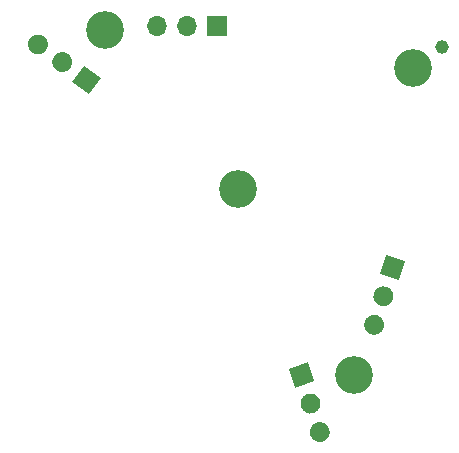
<source format=gbr>
%TF.GenerationSoftware,KiCad,Pcbnew,5.1.9*%
%TF.CreationDate,2021-01-25T14:04:14-05:00*%
%TF.ProjectId,penrosedart,70656e72-6f73-4656-9461-72742e6b6963,rev?*%
%TF.SameCoordinates,Original*%
%TF.FileFunction,Soldermask,Bot*%
%TF.FilePolarity,Negative*%
%FSLAX46Y46*%
G04 Gerber Fmt 4.6, Leading zero omitted, Abs format (unit mm)*
G04 Created by KiCad (PCBNEW 5.1.9) date 2021-01-25 14:04:14*
%MOMM*%
%LPD*%
G01*
G04 APERTURE LIST*
%ADD10C,3.200000*%
%ADD11C,0.100000*%
%ADD12C,1.150000*%
%ADD13O,1.700000X1.700000*%
%ADD14R,1.700000X1.700000*%
G04 APERTURE END LIST*
D10*
%TO.C,M3*%
X152196800Y-90474800D03*
%TD*%
%TO.C,M3*%
X162001200Y-106248200D03*
%TD*%
%TO.C,M3*%
X167030400Y-80238600D03*
%TD*%
%TO.C,M3*%
X140919200Y-77012800D03*
%TD*%
%TO.C,J1*%
G36*
G01*
X135750333Y-77567649D02*
X135750333Y-77567649D01*
G75*
G02*
X135938380Y-78754930I-499617J-687664D01*
G01*
X135938380Y-78754930D01*
G75*
G02*
X134751099Y-78942977I-687664J499617D01*
G01*
X134751099Y-78942977D01*
G75*
G02*
X134563052Y-77755696I499617J687664D01*
G01*
X134563052Y-77755696D01*
G75*
G02*
X135750333Y-77567649I687664J-499617D01*
G01*
G37*
G36*
G01*
X137805236Y-79060623D02*
X137805236Y-79060623D01*
G75*
G02*
X137993283Y-80247904I-499617J-687664D01*
G01*
X137993283Y-80247904D01*
G75*
G02*
X136806002Y-80435951I-687664J499617D01*
G01*
X136806002Y-80435951D01*
G75*
G02*
X136617955Y-79248670I499617J687664D01*
G01*
X136617955Y-79248670D01*
G75*
G02*
X137805236Y-79060623I687664J-499617D01*
G01*
G37*
D11*
G36*
X139172475Y-80053980D02*
G01*
X140547804Y-81053215D01*
X139548569Y-82428544D01*
X138173240Y-81429309D01*
X139172475Y-80053980D01*
G37*
%TD*%
D12*
%TO.C,MH*%
X169418000Y-78486000D03*
%TD*%
D11*
%TO.C,J2*%
G36*
X164212856Y-97707416D02*
G01*
X164738184Y-96090620D01*
X166354980Y-96615948D01*
X165829652Y-98232744D01*
X164212856Y-97707416D01*
G37*
G36*
G01*
X163690617Y-99314702D02*
X163690617Y-99314702D01*
G75*
G02*
X164761679Y-98768968I808398J-262664D01*
G01*
X164761679Y-98768968D01*
G75*
G02*
X165307413Y-99840030I-262664J-808398D01*
G01*
X165307413Y-99840030D01*
G75*
G02*
X164236351Y-100385764I-808398J262664D01*
G01*
X164236351Y-100385764D01*
G75*
G02*
X163690617Y-99314702I262664J808398D01*
G01*
G37*
G36*
G01*
X162905714Y-101730385D02*
X162905714Y-101730385D01*
G75*
G02*
X163976776Y-101184651I808398J-262664D01*
G01*
X163976776Y-101184651D01*
G75*
G02*
X164522510Y-102255713I-262664J-808398D01*
G01*
X164522510Y-102255713D01*
G75*
G02*
X163451448Y-102801447I-808398J262664D01*
G01*
X163451448Y-102801447D01*
G75*
G02*
X162905714Y-101730385I262664J808398D01*
G01*
G37*
%TD*%
%TO.C,J3*%
G36*
X156993925Y-107312459D02*
G01*
X156468597Y-105695663D01*
X158085393Y-105170335D01*
X158610721Y-106787131D01*
X156993925Y-107312459D01*
G37*
G36*
G01*
X157516164Y-108919745D02*
X157516164Y-108919745D01*
G75*
G02*
X158061898Y-107848683I808398J262664D01*
G01*
X158061898Y-107848683D01*
G75*
G02*
X159132960Y-108394417I262664J-808398D01*
G01*
X159132960Y-108394417D01*
G75*
G02*
X158587226Y-109465479I-808398J-262664D01*
G01*
X158587226Y-109465479D01*
G75*
G02*
X157516164Y-108919745I-262664J808398D01*
G01*
G37*
G36*
G01*
X158301067Y-111335428D02*
X158301067Y-111335428D01*
G75*
G02*
X158846801Y-110264366I808398J262664D01*
G01*
X158846801Y-110264366D01*
G75*
G02*
X159917863Y-110810100I262664J-808398D01*
G01*
X159917863Y-110810100D01*
G75*
G02*
X159372129Y-111881162I-808398J-262664D01*
G01*
X159372129Y-111881162D01*
G75*
G02*
X158301067Y-111335428I-262664J808398D01*
G01*
G37*
%TD*%
D13*
%TO.C,J4*%
X145310085Y-76679340D03*
X147850085Y-76679340D03*
D14*
X150390085Y-76679340D03*
%TD*%
M02*

</source>
